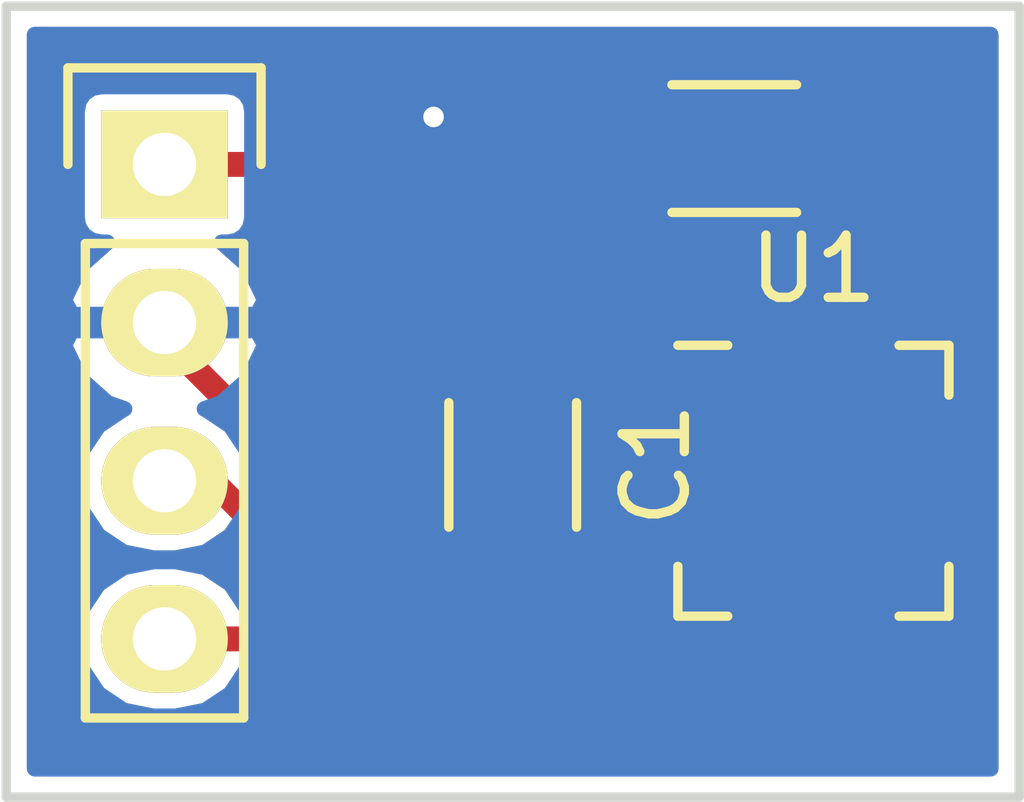
<source format=kicad_pcb>
(kicad_pcb (version 4) (host pcbnew 4.0.2-stable)

  (general
    (links 11)
    (no_connects 0)
    (area 134.337667 94.359 153.262001 110.844001)
    (thickness 1.6)
    (drawings 8)
    (tracks 30)
    (zones 0)
    (modules 4)
    (nets 14)
  )

  (page A4)
  (layers
    (0 F.Cu signal)
    (31 B.Cu signal)
    (36 B.SilkS user)
    (37 F.SilkS user)
    (38 B.Mask user)
    (39 F.Mask user)
    (44 Edge.Cuts user)
  )

  (setup
    (last_trace_width 0.1524)
    (trace_clearance 0.1524)
    (zone_clearance 0.254)
    (zone_45_only no)
    (trace_min 0.1524)
    (segment_width 0.2)
    (edge_width 0.15)
    (via_size 0.6858)
    (via_drill 0.3302)
    (via_min_size 0.6858)
    (via_min_drill 0.3302)
    (uvia_size 0.3)
    (uvia_drill 0.1)
    (uvias_allowed no)
    (uvia_min_size 0)
    (uvia_min_drill 0)
    (pcb_text_width 0.3)
    (pcb_text_size 1.5 1.5)
    (mod_edge_width 0.15)
    (mod_text_size 1 1)
    (mod_text_width 0.15)
    (pad_size 1.524 1.524)
    (pad_drill 0.762)
    (pad_to_mask_clearance 0.0762)
    (aux_axis_origin 0 0)
    (visible_elements 7FFFFFFF)
    (pcbplotparams
      (layerselection 0x010f0_80000001)
      (usegerberextensions true)
      (excludeedgelayer true)
      (linewidth 0.100000)
      (plotframeref false)
      (viasonmask false)
      (mode 1)
      (useauxorigin false)
      (hpglpennumber 1)
      (hpglpenspeed 20)
      (hpglpendiameter 15)
      (hpglpenoverlay 2)
      (psnegative false)
      (psa4output false)
      (plotreference true)
      (plotvalue true)
      (plotinvisibletext false)
      (padsonsilk false)
      (subtractmaskfromsilk false)
      (outputformat 1)
      (mirror false)
      (drillshape 0)
      (scaleselection 1)
      (outputdirectory ""))
  )

  (net 0 "")
  (net 1 +3V3)
  (net 2 GND)
  (net 3 /SCL)
  (net 4 /SDA)
  (net 5 "Net-(U1-Pad5)")
  (net 6 "Net-(U1-Pad6)")
  (net 7 "Net-(U1-Pad7)")
  (net 8 "Net-(U1-Pad8)")
  (net 9 "Net-(U1-Pad9)")
  (net 10 "Net-(U1-Pad10)")
  (net 11 "Net-(U1-Pad12)")
  (net 12 "Net-(U1-Pad13)")
  (net 13 "Net-(U1-Pad14)")

  (net_class Default "This is the default net class."
    (clearance 0.1524)
    (trace_width 0.1524)
    (via_dia 0.6858)
    (via_drill 0.3302)
    (uvia_dia 0.3)
    (uvia_drill 0.1)
    (add_net +3V3)
    (add_net /SCL)
    (add_net /SDA)
    (add_net GND)
    (add_net "Net-(U1-Pad10)")
    (add_net "Net-(U1-Pad12)")
    (add_net "Net-(U1-Pad13)")
    (add_net "Net-(U1-Pad14)")
    (add_net "Net-(U1-Pad5)")
    (add_net "Net-(U1-Pad6)")
    (add_net "Net-(U1-Pad7)")
    (add_net "Net-(U1-Pad8)")
    (add_net "Net-(U1-Pad9)")
  )

  (module Capacitors_SMD:C_1206_HandSoldering (layer F.Cu) (tedit 541A9C03) (tstamp 56E0BC3C)
    (at 145.034 105.41 270)
    (descr "Capacitor SMD 1206, hand soldering")
    (tags "capacitor 1206")
    (path /56E0B93E)
    (attr smd)
    (fp_text reference C1 (at 0 -2.3 270) (layer F.SilkS)
      (effects (font (size 1 1) (thickness 0.15)))
    )
    (fp_text value C_Small (at 0 2.3 270) (layer F.Fab)
      (effects (font (size 1 1) (thickness 0.15)))
    )
    (fp_line (start -3.3 -1.15) (end 3.3 -1.15) (layer F.CrtYd) (width 0.05))
    (fp_line (start -3.3 1.15) (end 3.3 1.15) (layer F.CrtYd) (width 0.05))
    (fp_line (start -3.3 -1.15) (end -3.3 1.15) (layer F.CrtYd) (width 0.05))
    (fp_line (start 3.3 -1.15) (end 3.3 1.15) (layer F.CrtYd) (width 0.05))
    (fp_line (start 1 -1.025) (end -1 -1.025) (layer F.SilkS) (width 0.15))
    (fp_line (start -1 1.025) (end 1 1.025) (layer F.SilkS) (width 0.15))
    (pad 1 smd rect (at -2 0 270) (size 2 1.6) (layers F.Cu F.Mask)
      (net 1 +3V3))
    (pad 2 smd rect (at 2 0 270) (size 2 1.6) (layers F.Cu F.Mask)
      (net 2 GND))
    (model Capacitors_SMD.3dshapes/C_1206_HandSoldering.wrl
      (at (xyz 0 0 0))
      (scale (xyz 1 1 1))
      (rotate (xyz 0 0 0))
    )
  )

  (module Capacitors_SMD:C_1206_HandSoldering (layer F.Cu) (tedit 56E0C01F) (tstamp 56E0BC48)
    (at 148.59 100.33)
    (descr "Capacitor SMD 1206, hand soldering")
    (tags "capacitor 1206")
    (path /56E0BA6F)
    (attr smd)
    (fp_text reference C2 (at 0 -2.3) (layer F.SilkS) hide
      (effects (font (size 1 1) (thickness 0.15)))
    )
    (fp_text value C_Small (at 0 2.3) (layer F.Fab)
      (effects (font (size 1 1) (thickness 0.15)))
    )
    (fp_line (start -3.3 -1.15) (end 3.3 -1.15) (layer F.CrtYd) (width 0.05))
    (fp_line (start -3.3 1.15) (end 3.3 1.15) (layer F.CrtYd) (width 0.05))
    (fp_line (start -3.3 -1.15) (end -3.3 1.15) (layer F.CrtYd) (width 0.05))
    (fp_line (start 3.3 -1.15) (end 3.3 1.15) (layer F.CrtYd) (width 0.05))
    (fp_line (start 1 -1.025) (end -1 -1.025) (layer F.SilkS) (width 0.15))
    (fp_line (start -1 1.025) (end 1 1.025) (layer F.SilkS) (width 0.15))
    (pad 1 smd rect (at -2 0) (size 2 1.6) (layers F.Cu F.Mask)
      (net 2 GND))
    (pad 2 smd rect (at 2 0) (size 2 1.6) (layers F.Cu F.Mask)
      (net 1 +3V3))
    (model Capacitors_SMD.3dshapes/C_1206_HandSoldering.wrl
      (at (xyz 0 0 0))
      (scale (xyz 1 1 1))
      (rotate (xyz 0 0 0))
    )
  )

  (module Pin_Headers:Pin_Header_Straight_1x04 (layer F.Cu) (tedit 56E0C019) (tstamp 56E0BC5B)
    (at 139.446 100.584)
    (descr "Through hole pin header")
    (tags "pin header")
    (path /56E0B55C)
    (fp_text reference P1 (at 0 -5.1) (layer F.SilkS) hide
      (effects (font (size 1 1) (thickness 0.15)))
    )
    (fp_text value CONN_01X04 (at 0 -3.1) (layer F.Fab) hide
      (effects (font (size 1 1) (thickness 0.15)))
    )
    (fp_line (start -1.75 -1.75) (end -1.75 9.4) (layer F.CrtYd) (width 0.05))
    (fp_line (start 1.75 -1.75) (end 1.75 9.4) (layer F.CrtYd) (width 0.05))
    (fp_line (start -1.75 -1.75) (end 1.75 -1.75) (layer F.CrtYd) (width 0.05))
    (fp_line (start -1.75 9.4) (end 1.75 9.4) (layer F.CrtYd) (width 0.05))
    (fp_line (start -1.27 1.27) (end -1.27 8.89) (layer F.SilkS) (width 0.15))
    (fp_line (start 1.27 1.27) (end 1.27 8.89) (layer F.SilkS) (width 0.15))
    (fp_line (start 1.55 -1.55) (end 1.55 0) (layer F.SilkS) (width 0.15))
    (fp_line (start -1.27 8.89) (end 1.27 8.89) (layer F.SilkS) (width 0.15))
    (fp_line (start 1.27 1.27) (end -1.27 1.27) (layer F.SilkS) (width 0.15))
    (fp_line (start -1.55 0) (end -1.55 -1.55) (layer F.SilkS) (width 0.15))
    (fp_line (start -1.55 -1.55) (end 1.55 -1.55) (layer F.SilkS) (width 0.15))
    (pad 1 thru_hole rect (at 0 0) (size 2.032 1.7272) (drill 1.016) (layers *.Cu *.Mask F.SilkS)
      (net 1 +3V3))
    (pad 2 thru_hole oval (at 0 2.54) (size 2.032 1.7272) (drill 1.016) (layers *.Cu *.Mask F.SilkS)
      (net 2 GND))
    (pad 3 thru_hole oval (at 0 5.08) (size 2.032 1.7272) (drill 1.016) (layers *.Cu *.Mask F.SilkS)
      (net 3 /SCL))
    (pad 4 thru_hole oval (at 0 7.62) (size 2.032 1.7272) (drill 1.016) (layers *.Cu *.Mask F.SilkS)
      (net 4 /SDA))
    (model Pin_Headers.3dshapes/Pin_Header_Straight_1x04.wrl
      (at (xyz 0 -0.15 0))
      (scale (xyz 1 1 1))
      (rotate (xyz 0 0 90))
    )
  )

  (module Housings_DFN_QFN:UQFN-16-1EP_4x4mm_Pitch0.65mm (layer F.Cu) (tedit 54130A77) (tstamp 56E0BC7E)
    (at 149.86 105.664)
    (descr "16-Lead Ultra Thin Plastic Quad Flat, No Lead Package (JQ) - 4x4x0.5 mm Body [UQFN]; (see Microchip Packaging Specification 00000049BS.pdf)")
    (tags "QFN 0.65")
    (path /56E0B860)
    (attr smd)
    (fp_text reference U1 (at 0 -3.4) (layer F.SilkS)
      (effects (font (size 1 1) (thickness 0.15)))
    )
    (fp_text value TSYS01 (at 0 3.4) (layer F.Fab)
      (effects (font (size 1 1) (thickness 0.15)))
    )
    (fp_line (start -2.65 -2.65) (end -2.65 2.65) (layer F.CrtYd) (width 0.05))
    (fp_line (start 2.65 -2.65) (end 2.65 2.65) (layer F.CrtYd) (width 0.05))
    (fp_line (start -2.65 -2.65) (end 2.65 -2.65) (layer F.CrtYd) (width 0.05))
    (fp_line (start -2.65 2.65) (end 2.65 2.65) (layer F.CrtYd) (width 0.05))
    (fp_line (start 2.175 -2.175) (end 2.175 -1.375) (layer F.SilkS) (width 0.15))
    (fp_line (start -2.175 2.175) (end -2.175 1.375) (layer F.SilkS) (width 0.15))
    (fp_line (start 2.175 2.175) (end 2.175 1.375) (layer F.SilkS) (width 0.15))
    (fp_line (start -2.175 -2.175) (end -1.375 -2.175) (layer F.SilkS) (width 0.15))
    (fp_line (start -2.175 2.175) (end -1.375 2.175) (layer F.SilkS) (width 0.15))
    (fp_line (start 2.175 2.175) (end 1.375 2.175) (layer F.SilkS) (width 0.15))
    (fp_line (start 2.175 -2.175) (end 1.375 -2.175) (layer F.SilkS) (width 0.15))
    (pad 1 smd oval (at -2 -0.975) (size 0.8 0.35) (layers F.Cu F.Mask)
      (net 2 GND))
    (pad 2 smd oval (at -2 -0.325) (size 0.8 0.35) (layers F.Cu F.Mask)
      (net 2 GND))
    (pad 3 smd oval (at -2 0.325) (size 0.8 0.35) (layers F.Cu F.Mask)
      (net 3 /SCL))
    (pad 4 smd oval (at -2 0.975) (size 0.8 0.35) (layers F.Cu F.Mask)
      (net 4 /SDA))
    (pad 5 smd oval (at -0.975 2 90) (size 0.8 0.35) (layers F.Cu F.Mask)
      (net 5 "Net-(U1-Pad5)"))
    (pad 6 smd oval (at -0.325 2 90) (size 0.8 0.35) (layers F.Cu F.Mask)
      (net 6 "Net-(U1-Pad6)"))
    (pad 7 smd oval (at 0.325 2 90) (size 0.8 0.35) (layers F.Cu F.Mask)
      (net 7 "Net-(U1-Pad7)"))
    (pad 8 smd oval (at 0.975 2 90) (size 0.8 0.35) (layers F.Cu F.Mask)
      (net 8 "Net-(U1-Pad8)"))
    (pad 9 smd oval (at 2 0.975) (size 0.8 0.35) (layers F.Cu F.Mask)
      (net 9 "Net-(U1-Pad9)"))
    (pad 10 smd oval (at 2 0.325) (size 0.8 0.35) (layers F.Cu F.Mask)
      (net 10 "Net-(U1-Pad10)"))
    (pad 11 smd oval (at 2 -0.325) (size 0.8 0.35) (layers F.Cu F.Mask)
      (net 10 "Net-(U1-Pad10)"))
    (pad 12 smd oval (at 2 -0.975) (size 0.8 0.35) (layers F.Cu F.Mask)
      (net 11 "Net-(U1-Pad12)"))
    (pad 13 smd oval (at 0.975 -2 90) (size 0.8 0.35) (layers F.Cu F.Mask)
      (net 12 "Net-(U1-Pad13)"))
    (pad 14 smd oval (at 0.325 -2 90) (size 0.8 0.35) (layers F.Cu F.Mask)
      (net 13 "Net-(U1-Pad14)"))
    (pad 15 smd oval (at -0.325 -2 90) (size 0.8 0.35) (layers F.Cu F.Mask)
      (net 1 +3V3))
    (pad 16 smd oval (at -0.975 -2 90) (size 0.8 0.35) (layers F.Cu F.Mask)
      (net 1 +3V3))
    (pad 17 smd rect (at 0.675 0.675) (size 1.35 1.35) (layers F.Cu F.Mask)
      (solder_paste_margin_ratio -0.2))
    (pad 17 smd rect (at 0.675 -0.675) (size 1.35 1.35) (layers F.Cu F.Mask)
      (solder_paste_margin_ratio -0.2))
    (pad 17 smd rect (at -0.675 0.675) (size 1.35 1.35) (layers F.Cu F.Mask)
      (solder_paste_margin_ratio -0.2))
    (pad 17 smd rect (at -0.675 -0.675) (size 1.35 1.35) (layers F.Cu F.Mask)
      (solder_paste_margin_ratio -0.2))
    (model Housings_DFN_QFN.3dshapes/UQFN-16-1EP_4x4mm_Pitch0.65mm.wrl
      (at (xyz 0 0 0))
      (scale (xyz 1 1 1))
      (rotate (xyz 0 0 0))
    )
  )

  (gr_line (start 136.906 110.744) (end 136.906 98.044) (angle 90) (layer Edge.Cuts) (width 0.15))
  (gr_line (start 153.162 110.744) (end 136.906 110.744) (angle 90) (layer Edge.Cuts) (width 0.15))
  (gr_line (start 153.162 98.044) (end 153.162 110.744) (angle 90) (layer Edge.Cuts) (width 0.15))
  (gr_line (start 136.906 98.044) (end 153.162 98.044) (angle 90) (layer Edge.Cuts) (width 0.15))
  (gr_line (start 153.162 98.044) (end 136.906 98.044) (angle 90) (layer Margin) (width 0.2))
  (gr_line (start 153.162 110.744) (end 153.162 98.044) (angle 90) (layer Margin) (width 0.2))
  (gr_line (start 136.906 110.744) (end 153.162 110.744) (angle 90) (layer Margin) (width 0.2))
  (gr_line (start 136.906 98.044) (end 136.906 110.744) (angle 90) (layer Margin) (width 0.2))

  (segment (start 145.034 103.41) (end 147.098 103.41) (width 0.4) (layer F.Cu) (net 1))
  (segment (start 147.352 103.664) (end 148.885 103.664) (width 0.4) (layer F.Cu) (net 1) (tstamp 56E0BFE6))
  (segment (start 147.098 103.41) (end 147.352 103.664) (width 0.4) (layer F.Cu) (net 1) (tstamp 56E0BFE4))
  (segment (start 148.885 103.664) (end 149.535 103.664) (width 0.4) (layer F.Cu) (net 1) (tstamp 56E0BFE8))
  (segment (start 149.535 103.664) (end 149.535 101.385) (width 0.4) (layer F.Cu) (net 1))
  (segment (start 149.535 101.385) (end 150.59 100.33) (width 0.4) (layer F.Cu) (net 1) (tstamp 56E0BED5))
  (segment (start 139.446 100.584) (end 142.208 100.584) (width 0.4) (layer F.Cu) (net 1))
  (segment (start 142.208 100.584) (end 145.034 103.41) (width 0.4) (layer F.Cu) (net 1) (tstamp 56E0BE15))
  (segment (start 146.59 100.33) (end 144.272 100.33) (width 0.4) (layer F.Cu) (net 2))
  (via (at 143.764 99.822) (size 0.6858) (drill 0.3302) (layers F.Cu B.Cu) (net 2))
  (segment (start 144.272 100.33) (end 143.764 99.822) (width 0.4) (layer F.Cu) (net 2) (tstamp 56E0BF6E))
  (segment (start 147.86 104.689) (end 147.86 105.339) (width 0.4) (layer F.Cu) (net 2))
  (segment (start 139.446 103.124) (end 139.446 103.378) (width 0.4) (layer F.Cu) (net 2))
  (segment (start 139.446 103.378) (end 143.478 107.41) (width 0.4) (layer F.Cu) (net 2) (tstamp 56E0BEA3))
  (segment (start 143.478 107.41) (end 144.558 107.41) (width 0.4) (layer F.Cu) (net 2) (tstamp 56E0BEA7))
  (segment (start 144.558 107.41) (end 146.629 105.339) (width 0.4) (layer F.Cu) (net 2) (tstamp 56E0BEA8))
  (segment (start 146.629 105.339) (end 147.86 105.339) (width 0.4) (layer F.Cu) (net 2) (tstamp 56E0BEAE))
  (segment (start 139.446 105.664) (end 140.208 105.664) (width 0.4) (layer F.Cu) (net 3))
  (segment (start 140.208 105.664) (end 143.671998 109.127998) (width 0.4) (layer F.Cu) (net 3) (tstamp 56E0BE8A))
  (segment (start 143.671998 109.127998) (end 146.142002 109.127998) (width 0.4) (layer F.Cu) (net 3) (tstamp 56E0BE8D))
  (segment (start 146.142002 109.127998) (end 146.812 108.458) (width 0.4) (layer F.Cu) (net 3) (tstamp 56E0BE91))
  (segment (start 146.812 108.458) (end 146.812 106.426) (width 0.4) (layer F.Cu) (net 3) (tstamp 56E0BE93))
  (segment (start 146.812 106.426) (end 147.249 105.989) (width 0.4) (layer F.Cu) (net 3) (tstamp 56E0BE97))
  (segment (start 147.249 105.989) (end 147.86 105.989) (width 0.4) (layer F.Cu) (net 3) (tstamp 56E0BE9A))
  (segment (start 139.446 108.204) (end 141.732 108.204) (width 0.4) (layer F.Cu) (net 4))
  (segment (start 147.86 108.426) (end 147.86 106.639) (width 0.4) (layer F.Cu) (net 4) (tstamp 56E0BE45))
  (segment (start 146.558 109.728) (end 147.86 108.426) (width 0.4) (layer F.Cu) (net 4) (tstamp 56E0BE40))
  (segment (start 143.256 109.728) (end 146.558 109.728) (width 0.4) (layer F.Cu) (net 4) (tstamp 56E0BE3B))
  (segment (start 141.732 108.204) (end 143.256 109.728) (width 0.4) (layer F.Cu) (net 4) (tstamp 56E0BE37))
  (segment (start 151.86 105.989) (end 151.86 105.339) (width 0.25) (layer F.Cu) (net 10))

  (zone (net 2) (net_name GND) (layer B.Cu) (tstamp 56E0BF05) (hatch edge 0.508)
    (connect_pads (clearance 0.254))
    (min_thickness 0.254)
    (fill yes (arc_segments 16) (thermal_gap 0.508) (thermal_bridge_width 0.508))
    (polygon
      (pts
        (xy 136.906 98.044) (xy 136.906 110.744) (xy 153.162 110.744) (xy 153.162 98.044)
      )
    )
    (filled_polygon
      (pts
        (xy 152.706 110.288) (xy 137.362 110.288) (xy 137.362 108.204) (xy 138.021631 108.204) (xy 138.116371 108.680288)
        (xy 138.386166 109.084065) (xy 138.789943 109.35386) (xy 139.266231 109.4486) (xy 139.625769 109.4486) (xy 140.102057 109.35386)
        (xy 140.505834 109.084065) (xy 140.775629 108.680288) (xy 140.870369 108.204) (xy 140.775629 107.727712) (xy 140.505834 107.323935)
        (xy 140.102057 107.05414) (xy 139.625769 106.9594) (xy 139.266231 106.9594) (xy 138.789943 107.05414) (xy 138.386166 107.323935)
        (xy 138.116371 107.727712) (xy 138.021631 108.204) (xy 137.362 108.204) (xy 137.362 103.483026) (xy 137.838642 103.483026)
        (xy 137.841291 103.498791) (xy 138.095268 104.026036) (xy 138.53168 104.415954) (xy 138.804243 104.511296) (xy 138.789943 104.51414)
        (xy 138.386166 104.783935) (xy 138.116371 105.187712) (xy 138.021631 105.664) (xy 138.116371 106.140288) (xy 138.386166 106.544065)
        (xy 138.789943 106.81386) (xy 139.266231 106.9086) (xy 139.625769 106.9086) (xy 140.102057 106.81386) (xy 140.505834 106.544065)
        (xy 140.775629 106.140288) (xy 140.870369 105.664) (xy 140.775629 105.187712) (xy 140.505834 104.783935) (xy 140.102057 104.51414)
        (xy 140.087757 104.511296) (xy 140.36032 104.415954) (xy 140.796732 104.026036) (xy 141.050709 103.498791) (xy 141.053358 103.483026)
        (xy 140.932217 103.251) (xy 139.573 103.251) (xy 139.573 103.271) (xy 139.319 103.271) (xy 139.319 103.251)
        (xy 137.959783 103.251) (xy 137.838642 103.483026) (xy 137.362 103.483026) (xy 137.362 102.764974) (xy 137.838642 102.764974)
        (xy 137.959783 102.997) (xy 139.319 102.997) (xy 139.319 102.977) (xy 139.573 102.977) (xy 139.573 102.997)
        (xy 140.932217 102.997) (xy 141.053358 102.764974) (xy 141.050709 102.749209) (xy 140.796732 102.221964) (xy 140.364817 101.836064)
        (xy 140.462 101.836064) (xy 140.60319 101.809497) (xy 140.732865 101.726054) (xy 140.819859 101.598734) (xy 140.850464 101.4476)
        (xy 140.850464 99.7204) (xy 140.823897 99.57921) (xy 140.740454 99.449535) (xy 140.613134 99.362541) (xy 140.462 99.331936)
        (xy 138.43 99.331936) (xy 138.28881 99.358503) (xy 138.159135 99.441946) (xy 138.072141 99.569266) (xy 138.041536 99.7204)
        (xy 138.041536 101.4476) (xy 138.068103 101.58879) (xy 138.151546 101.718465) (xy 138.278866 101.805459) (xy 138.43 101.836064)
        (xy 138.527183 101.836064) (xy 138.095268 102.221964) (xy 137.841291 102.749209) (xy 137.838642 102.764974) (xy 137.362 102.764974)
        (xy 137.362 98.5) (xy 152.706 98.5)
      )
    )
  )
)

</source>
